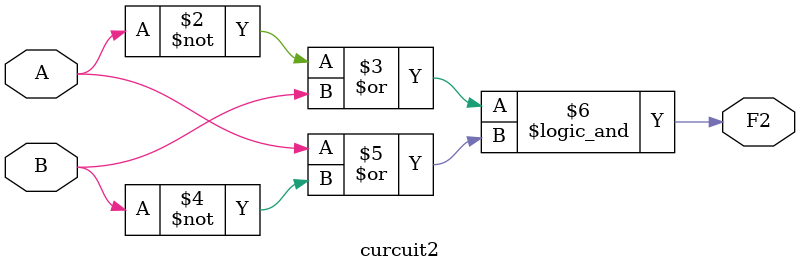
<source format=v>
`timescale 1ns / 1ps


module curcuit2(

    input A,
    input B,
    output reg F2
    );
    
    always@ (*) begin
       F2 = ~A|B && A|~B;
    end
endmodule

</source>
